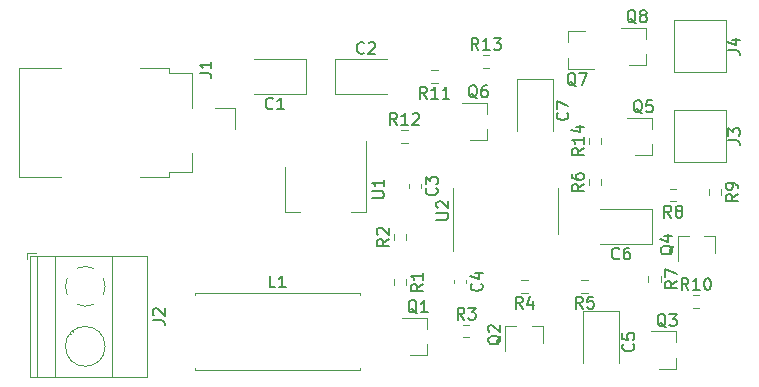
<source format=gbr>
G04 #@! TF.GenerationSoftware,KiCad,Pcbnew,(5.1.10)-1*
G04 #@! TF.CreationDate,2021-07-15T22:45:27-06:00*
G04 #@! TF.ProjectId,FreezerDoorAlarm,46726565-7a65-4724-946f-6f72416c6172,rev?*
G04 #@! TF.SameCoordinates,Original*
G04 #@! TF.FileFunction,Legend,Top*
G04 #@! TF.FilePolarity,Positive*
%FSLAX46Y46*%
G04 Gerber Fmt 4.6, Leading zero omitted, Abs format (unit mm)*
G04 Created by KiCad (PCBNEW (5.1.10)-1) date 2021-07-15 22:45:27*
%MOMM*%
%LPD*%
G01*
G04 APERTURE LIST*
%ADD10C,0.120000*%
%ADD11C,0.150000*%
G04 APERTURE END LIST*
D10*
X114945000Y-86295000D02*
X114945000Y-89745000D01*
X114945000Y-86295000D02*
X114945000Y-84345000D01*
X123815000Y-86295000D02*
X123815000Y-88245000D01*
X123815000Y-86295000D02*
X123815000Y-84345000D01*
X107550000Y-80380000D02*
X107550000Y-86390000D01*
X100730000Y-82630000D02*
X100730000Y-86390000D01*
X107550000Y-86390000D02*
X106290000Y-86390000D01*
X100730000Y-86390000D02*
X101990000Y-86390000D01*
X127522500Y-80622224D02*
X127522500Y-80112776D01*
X126477500Y-80622224D02*
X126477500Y-80112776D01*
X117497776Y-74182500D02*
X118007224Y-74182500D01*
X117497776Y-73137500D02*
X118007224Y-73137500D01*
X110592776Y-80532500D02*
X111102224Y-80532500D01*
X110592776Y-79487500D02*
X111102224Y-79487500D01*
X113642224Y-74407500D02*
X113132776Y-74407500D01*
X113642224Y-75452500D02*
X113132776Y-75452500D01*
X135277776Y-94502500D02*
X135787224Y-94502500D01*
X135277776Y-93457500D02*
X135787224Y-93457500D01*
X136637500Y-84477776D02*
X136637500Y-84987224D01*
X137682500Y-84477776D02*
X137682500Y-84987224D01*
X133842224Y-84477500D02*
X133332776Y-84477500D01*
X133842224Y-85522500D02*
X133332776Y-85522500D01*
X131477500Y-91832776D02*
X131477500Y-92342224D01*
X132522500Y-91832776D02*
X132522500Y-92342224D01*
X127522500Y-84167224D02*
X127522500Y-83657776D01*
X126477500Y-84167224D02*
X126477500Y-83657776D01*
X126342224Y-92187500D02*
X125832776Y-92187500D01*
X126342224Y-93232500D02*
X125832776Y-93232500D01*
X121262224Y-92187500D02*
X120752776Y-92187500D01*
X121262224Y-93232500D02*
X120752776Y-93232500D01*
X115832776Y-97022500D02*
X116342224Y-97022500D01*
X115832776Y-95977500D02*
X116342224Y-95977500D01*
X111012500Y-88797224D02*
X111012500Y-88287776D01*
X109967500Y-88797224D02*
X109967500Y-88287776D01*
X109967500Y-92097776D02*
X109967500Y-92607224D01*
X111012500Y-92097776D02*
X111012500Y-92607224D01*
X131300000Y-73970000D02*
X129840000Y-73970000D01*
X131300000Y-70810000D02*
X129140000Y-70810000D01*
X131300000Y-70810000D02*
X131300000Y-71740000D01*
X131300000Y-73970000D02*
X131300000Y-73040000D01*
X124700000Y-71130000D02*
X126160000Y-71130000D01*
X124700000Y-74290000D02*
X126860000Y-74290000D01*
X124700000Y-74290000D02*
X124700000Y-73360000D01*
X124700000Y-71130000D02*
X124700000Y-72060000D01*
X117870000Y-80320000D02*
X116410000Y-80320000D01*
X117870000Y-77160000D02*
X115710000Y-77160000D01*
X117870000Y-77160000D02*
X117870000Y-78090000D01*
X117870000Y-80320000D02*
X117870000Y-79390000D01*
X131840000Y-81590000D02*
X130380000Y-81590000D01*
X131840000Y-78430000D02*
X129680000Y-78430000D01*
X131840000Y-78430000D02*
X131840000Y-79360000D01*
X131840000Y-81590000D02*
X131840000Y-80660000D01*
X137150000Y-88410000D02*
X137150000Y-89870000D01*
X133990000Y-88410000D02*
X133990000Y-90570000D01*
X133990000Y-88410000D02*
X134920000Y-88410000D01*
X137150000Y-88410000D02*
X136220000Y-88410000D01*
X133840000Y-99690000D02*
X132380000Y-99690000D01*
X133840000Y-96530000D02*
X131680000Y-96530000D01*
X133840000Y-96530000D02*
X133840000Y-97460000D01*
X133840000Y-99690000D02*
X133840000Y-98760000D01*
X122550000Y-96030000D02*
X122550000Y-97490000D01*
X119390000Y-96030000D02*
X119390000Y-98190000D01*
X119390000Y-96030000D02*
X120320000Y-96030000D01*
X122550000Y-96030000D02*
X121620000Y-96030000D01*
X112760000Y-98530000D02*
X111300000Y-98530000D01*
X112760000Y-95370000D02*
X110600000Y-95370000D01*
X112760000Y-95370000D02*
X112760000Y-96300000D01*
X112760000Y-98530000D02*
X112760000Y-97600000D01*
X93130000Y-99795000D02*
X100090000Y-99795000D01*
X93130000Y-99620000D02*
X93130000Y-99795000D01*
X107050000Y-99795000D02*
X100090000Y-99795000D01*
X107050000Y-99620000D02*
X107050000Y-99795000D01*
X107050000Y-93245000D02*
X100090000Y-93245000D01*
X107050000Y-93420000D02*
X107050000Y-93245000D01*
X93130000Y-93245000D02*
X100090000Y-93245000D01*
X93130000Y-93420000D02*
X93130000Y-93245000D01*
X133690000Y-70190000D02*
X138090000Y-70190000D01*
X133690000Y-74590000D02*
X133690000Y-70190000D01*
X138090000Y-74590000D02*
X133690000Y-74590000D01*
X138090000Y-70190000D02*
X138090000Y-74590000D01*
X133690000Y-77810000D02*
X138090000Y-77810000D01*
X133690000Y-82210000D02*
X133690000Y-77810000D01*
X138090000Y-82210000D02*
X133690000Y-82210000D01*
X138090000Y-77810000D02*
X138090000Y-82210000D01*
X78920000Y-89870000D02*
X78920000Y-90370000D01*
X79660000Y-89870000D02*
X78920000Y-89870000D01*
X82797000Y-96563000D02*
X82751000Y-96516000D01*
X85095000Y-98860000D02*
X85059000Y-98825000D01*
X82581000Y-96756000D02*
X82546000Y-96721000D01*
X84889000Y-99065000D02*
X84843000Y-99018000D01*
X89081000Y-100390000D02*
X79160000Y-100390000D01*
X89081000Y-90110000D02*
X79160000Y-90110000D01*
X79160000Y-90110000D02*
X79160000Y-100390000D01*
X89081000Y-90110000D02*
X89081000Y-100390000D01*
X86121000Y-90110000D02*
X86121000Y-100390000D01*
X81220000Y-90110000D02*
X81220000Y-100390000D01*
X79720000Y-90110000D02*
X79720000Y-100390000D01*
X85500000Y-97790000D02*
G75*
G03*
X85500000Y-97790000I-1680000J0D01*
G01*
X82139747Y-92738805D02*
G75*
G02*
X82285000Y-92026000I1680253J28805D01*
G01*
X83136958Y-91174574D02*
G75*
G02*
X84504000Y-91175000I683042J-1535426D01*
G01*
X85355426Y-92026958D02*
G75*
G02*
X85355000Y-93394000I-1535426J-683042D01*
G01*
X84503042Y-94245426D02*
G75*
G02*
X83136000Y-94245000I-683042J1535426D01*
G01*
X82285244Y-93393318D02*
G75*
G02*
X82140000Y-92710000I1534756J683318D01*
G01*
X96530000Y-77650000D02*
X96530000Y-79390000D01*
X94790000Y-77650000D02*
X96530000Y-77650000D01*
X90890000Y-83440000D02*
X88440000Y-83440000D01*
X90890000Y-83040000D02*
X90890000Y-83440000D01*
X92890000Y-83040000D02*
X90890000Y-83040000D01*
X92890000Y-81440000D02*
X92890000Y-83040000D01*
X92890000Y-74640000D02*
X92890000Y-77640000D01*
X90890000Y-74640000D02*
X92890000Y-74640000D01*
X90890000Y-74240000D02*
X90890000Y-74640000D01*
X88440000Y-74240000D02*
X90890000Y-74240000D01*
X78190000Y-74240000D02*
X81740000Y-74240000D01*
X78190000Y-83440000D02*
X78190000Y-74240000D01*
X81740000Y-83440000D02*
X78190000Y-83440000D01*
X120410000Y-75190000D02*
X120410000Y-79575000D01*
X123430000Y-75190000D02*
X120410000Y-75190000D01*
X123430000Y-79575000D02*
X123430000Y-75190000D01*
X131820000Y-86120000D02*
X127435000Y-86120000D01*
X131820000Y-89140000D02*
X131820000Y-86120000D01*
X127435000Y-89140000D02*
X131820000Y-89140000D01*
X125990000Y-94800000D02*
X125990000Y-99185000D01*
X129010000Y-94800000D02*
X125990000Y-94800000D01*
X129010000Y-99185000D02*
X129010000Y-94800000D01*
X115060000Y-92156233D02*
X115060000Y-92448767D01*
X116080000Y-92156233D02*
X116080000Y-92448767D01*
X111250000Y-84081233D02*
X111250000Y-84373767D01*
X112270000Y-84081233D02*
X112270000Y-84373767D01*
X104960000Y-76440000D02*
X109345000Y-76440000D01*
X104960000Y-73420000D02*
X104960000Y-76440000D01*
X109345000Y-73420000D02*
X104960000Y-73420000D01*
X102510000Y-73420000D02*
X98125000Y-73420000D01*
X102510000Y-76440000D02*
X102510000Y-73420000D01*
X98125000Y-76440000D02*
X102510000Y-76440000D01*
D11*
X113552380Y-87056904D02*
X114361904Y-87056904D01*
X114457142Y-87009285D01*
X114504761Y-86961666D01*
X114552380Y-86866428D01*
X114552380Y-86675952D01*
X114504761Y-86580714D01*
X114457142Y-86533095D01*
X114361904Y-86485476D01*
X113552380Y-86485476D01*
X113647619Y-86056904D02*
X113600000Y-86009285D01*
X113552380Y-85914047D01*
X113552380Y-85675952D01*
X113600000Y-85580714D01*
X113647619Y-85533095D01*
X113742857Y-85485476D01*
X113838095Y-85485476D01*
X113980952Y-85533095D01*
X114552380Y-86104523D01*
X114552380Y-85485476D01*
X108092380Y-85241904D02*
X108901904Y-85241904D01*
X108997142Y-85194285D01*
X109044761Y-85146666D01*
X109092380Y-85051428D01*
X109092380Y-84860952D01*
X109044761Y-84765714D01*
X108997142Y-84718095D01*
X108901904Y-84670476D01*
X108092380Y-84670476D01*
X109092380Y-83670476D02*
X109092380Y-84241904D01*
X109092380Y-83956190D02*
X108092380Y-83956190D01*
X108235238Y-84051428D01*
X108330476Y-84146666D01*
X108378095Y-84241904D01*
X126022380Y-81010357D02*
X125546190Y-81343690D01*
X126022380Y-81581785D02*
X125022380Y-81581785D01*
X125022380Y-81200833D01*
X125070000Y-81105595D01*
X125117619Y-81057976D01*
X125212857Y-81010357D01*
X125355714Y-81010357D01*
X125450952Y-81057976D01*
X125498571Y-81105595D01*
X125546190Y-81200833D01*
X125546190Y-81581785D01*
X126022380Y-80057976D02*
X126022380Y-80629404D01*
X126022380Y-80343690D02*
X125022380Y-80343690D01*
X125165238Y-80438928D01*
X125260476Y-80534166D01*
X125308095Y-80629404D01*
X125355714Y-79200833D02*
X126022380Y-79200833D01*
X124974761Y-79438928D02*
X125689047Y-79677023D01*
X125689047Y-79057976D01*
X117109642Y-72682380D02*
X116776309Y-72206190D01*
X116538214Y-72682380D02*
X116538214Y-71682380D01*
X116919166Y-71682380D01*
X117014404Y-71730000D01*
X117062023Y-71777619D01*
X117109642Y-71872857D01*
X117109642Y-72015714D01*
X117062023Y-72110952D01*
X117014404Y-72158571D01*
X116919166Y-72206190D01*
X116538214Y-72206190D01*
X118062023Y-72682380D02*
X117490595Y-72682380D01*
X117776309Y-72682380D02*
X117776309Y-71682380D01*
X117681071Y-71825238D01*
X117585833Y-71920476D01*
X117490595Y-71968095D01*
X118395357Y-71682380D02*
X119014404Y-71682380D01*
X118681071Y-72063333D01*
X118823928Y-72063333D01*
X118919166Y-72110952D01*
X118966785Y-72158571D01*
X119014404Y-72253809D01*
X119014404Y-72491904D01*
X118966785Y-72587142D01*
X118919166Y-72634761D01*
X118823928Y-72682380D01*
X118538214Y-72682380D01*
X118442976Y-72634761D01*
X118395357Y-72587142D01*
X110204642Y-79032380D02*
X109871309Y-78556190D01*
X109633214Y-79032380D02*
X109633214Y-78032380D01*
X110014166Y-78032380D01*
X110109404Y-78080000D01*
X110157023Y-78127619D01*
X110204642Y-78222857D01*
X110204642Y-78365714D01*
X110157023Y-78460952D01*
X110109404Y-78508571D01*
X110014166Y-78556190D01*
X109633214Y-78556190D01*
X111157023Y-79032380D02*
X110585595Y-79032380D01*
X110871309Y-79032380D02*
X110871309Y-78032380D01*
X110776071Y-78175238D01*
X110680833Y-78270476D01*
X110585595Y-78318095D01*
X111537976Y-78127619D02*
X111585595Y-78080000D01*
X111680833Y-78032380D01*
X111918928Y-78032380D01*
X112014166Y-78080000D01*
X112061785Y-78127619D01*
X112109404Y-78222857D01*
X112109404Y-78318095D01*
X112061785Y-78460952D01*
X111490357Y-79032380D01*
X112109404Y-79032380D01*
X112744642Y-76812380D02*
X112411309Y-76336190D01*
X112173214Y-76812380D02*
X112173214Y-75812380D01*
X112554166Y-75812380D01*
X112649404Y-75860000D01*
X112697023Y-75907619D01*
X112744642Y-76002857D01*
X112744642Y-76145714D01*
X112697023Y-76240952D01*
X112649404Y-76288571D01*
X112554166Y-76336190D01*
X112173214Y-76336190D01*
X113697023Y-76812380D02*
X113125595Y-76812380D01*
X113411309Y-76812380D02*
X113411309Y-75812380D01*
X113316071Y-75955238D01*
X113220833Y-76050476D01*
X113125595Y-76098095D01*
X114649404Y-76812380D02*
X114077976Y-76812380D01*
X114363690Y-76812380D02*
X114363690Y-75812380D01*
X114268452Y-75955238D01*
X114173214Y-76050476D01*
X114077976Y-76098095D01*
X134889642Y-93002380D02*
X134556309Y-92526190D01*
X134318214Y-93002380D02*
X134318214Y-92002380D01*
X134699166Y-92002380D01*
X134794404Y-92050000D01*
X134842023Y-92097619D01*
X134889642Y-92192857D01*
X134889642Y-92335714D01*
X134842023Y-92430952D01*
X134794404Y-92478571D01*
X134699166Y-92526190D01*
X134318214Y-92526190D01*
X135842023Y-93002380D02*
X135270595Y-93002380D01*
X135556309Y-93002380D02*
X135556309Y-92002380D01*
X135461071Y-92145238D01*
X135365833Y-92240476D01*
X135270595Y-92288095D01*
X136461071Y-92002380D02*
X136556309Y-92002380D01*
X136651547Y-92050000D01*
X136699166Y-92097619D01*
X136746785Y-92192857D01*
X136794404Y-92383333D01*
X136794404Y-92621428D01*
X136746785Y-92811904D01*
X136699166Y-92907142D01*
X136651547Y-92954761D01*
X136556309Y-93002380D01*
X136461071Y-93002380D01*
X136365833Y-92954761D01*
X136318214Y-92907142D01*
X136270595Y-92811904D01*
X136222976Y-92621428D01*
X136222976Y-92383333D01*
X136270595Y-92192857D01*
X136318214Y-92097619D01*
X136365833Y-92050000D01*
X136461071Y-92002380D01*
X139042380Y-84899166D02*
X138566190Y-85232500D01*
X139042380Y-85470595D02*
X138042380Y-85470595D01*
X138042380Y-85089642D01*
X138090000Y-84994404D01*
X138137619Y-84946785D01*
X138232857Y-84899166D01*
X138375714Y-84899166D01*
X138470952Y-84946785D01*
X138518571Y-84994404D01*
X138566190Y-85089642D01*
X138566190Y-85470595D01*
X139042380Y-84422976D02*
X139042380Y-84232500D01*
X138994761Y-84137261D01*
X138947142Y-84089642D01*
X138804285Y-83994404D01*
X138613809Y-83946785D01*
X138232857Y-83946785D01*
X138137619Y-83994404D01*
X138090000Y-84042023D01*
X138042380Y-84137261D01*
X138042380Y-84327738D01*
X138090000Y-84422976D01*
X138137619Y-84470595D01*
X138232857Y-84518214D01*
X138470952Y-84518214D01*
X138566190Y-84470595D01*
X138613809Y-84422976D01*
X138661428Y-84327738D01*
X138661428Y-84137261D01*
X138613809Y-84042023D01*
X138566190Y-83994404D01*
X138470952Y-83946785D01*
X133420833Y-86882380D02*
X133087500Y-86406190D01*
X132849404Y-86882380D02*
X132849404Y-85882380D01*
X133230357Y-85882380D01*
X133325595Y-85930000D01*
X133373214Y-85977619D01*
X133420833Y-86072857D01*
X133420833Y-86215714D01*
X133373214Y-86310952D01*
X133325595Y-86358571D01*
X133230357Y-86406190D01*
X132849404Y-86406190D01*
X133992261Y-86310952D02*
X133897023Y-86263333D01*
X133849404Y-86215714D01*
X133801785Y-86120476D01*
X133801785Y-86072857D01*
X133849404Y-85977619D01*
X133897023Y-85930000D01*
X133992261Y-85882380D01*
X134182738Y-85882380D01*
X134277976Y-85930000D01*
X134325595Y-85977619D01*
X134373214Y-86072857D01*
X134373214Y-86120476D01*
X134325595Y-86215714D01*
X134277976Y-86263333D01*
X134182738Y-86310952D01*
X133992261Y-86310952D01*
X133897023Y-86358571D01*
X133849404Y-86406190D01*
X133801785Y-86501428D01*
X133801785Y-86691904D01*
X133849404Y-86787142D01*
X133897023Y-86834761D01*
X133992261Y-86882380D01*
X134182738Y-86882380D01*
X134277976Y-86834761D01*
X134325595Y-86787142D01*
X134373214Y-86691904D01*
X134373214Y-86501428D01*
X134325595Y-86406190D01*
X134277976Y-86358571D01*
X134182738Y-86310952D01*
X133882380Y-92254166D02*
X133406190Y-92587500D01*
X133882380Y-92825595D02*
X132882380Y-92825595D01*
X132882380Y-92444642D01*
X132930000Y-92349404D01*
X132977619Y-92301785D01*
X133072857Y-92254166D01*
X133215714Y-92254166D01*
X133310952Y-92301785D01*
X133358571Y-92349404D01*
X133406190Y-92444642D01*
X133406190Y-92825595D01*
X132882380Y-91920833D02*
X132882380Y-91254166D01*
X133882380Y-91682738D01*
X126022380Y-84079166D02*
X125546190Y-84412500D01*
X126022380Y-84650595D02*
X125022380Y-84650595D01*
X125022380Y-84269642D01*
X125070000Y-84174404D01*
X125117619Y-84126785D01*
X125212857Y-84079166D01*
X125355714Y-84079166D01*
X125450952Y-84126785D01*
X125498571Y-84174404D01*
X125546190Y-84269642D01*
X125546190Y-84650595D01*
X125022380Y-83222023D02*
X125022380Y-83412500D01*
X125070000Y-83507738D01*
X125117619Y-83555357D01*
X125260476Y-83650595D01*
X125450952Y-83698214D01*
X125831904Y-83698214D01*
X125927142Y-83650595D01*
X125974761Y-83602976D01*
X126022380Y-83507738D01*
X126022380Y-83317261D01*
X125974761Y-83222023D01*
X125927142Y-83174404D01*
X125831904Y-83126785D01*
X125593809Y-83126785D01*
X125498571Y-83174404D01*
X125450952Y-83222023D01*
X125403333Y-83317261D01*
X125403333Y-83507738D01*
X125450952Y-83602976D01*
X125498571Y-83650595D01*
X125593809Y-83698214D01*
X125920833Y-94592380D02*
X125587500Y-94116190D01*
X125349404Y-94592380D02*
X125349404Y-93592380D01*
X125730357Y-93592380D01*
X125825595Y-93640000D01*
X125873214Y-93687619D01*
X125920833Y-93782857D01*
X125920833Y-93925714D01*
X125873214Y-94020952D01*
X125825595Y-94068571D01*
X125730357Y-94116190D01*
X125349404Y-94116190D01*
X126825595Y-93592380D02*
X126349404Y-93592380D01*
X126301785Y-94068571D01*
X126349404Y-94020952D01*
X126444642Y-93973333D01*
X126682738Y-93973333D01*
X126777976Y-94020952D01*
X126825595Y-94068571D01*
X126873214Y-94163809D01*
X126873214Y-94401904D01*
X126825595Y-94497142D01*
X126777976Y-94544761D01*
X126682738Y-94592380D01*
X126444642Y-94592380D01*
X126349404Y-94544761D01*
X126301785Y-94497142D01*
X120840833Y-94592380D02*
X120507500Y-94116190D01*
X120269404Y-94592380D02*
X120269404Y-93592380D01*
X120650357Y-93592380D01*
X120745595Y-93640000D01*
X120793214Y-93687619D01*
X120840833Y-93782857D01*
X120840833Y-93925714D01*
X120793214Y-94020952D01*
X120745595Y-94068571D01*
X120650357Y-94116190D01*
X120269404Y-94116190D01*
X121697976Y-93925714D02*
X121697976Y-94592380D01*
X121459880Y-93544761D02*
X121221785Y-94259047D01*
X121840833Y-94259047D01*
X115920833Y-95522380D02*
X115587500Y-95046190D01*
X115349404Y-95522380D02*
X115349404Y-94522380D01*
X115730357Y-94522380D01*
X115825595Y-94570000D01*
X115873214Y-94617619D01*
X115920833Y-94712857D01*
X115920833Y-94855714D01*
X115873214Y-94950952D01*
X115825595Y-94998571D01*
X115730357Y-95046190D01*
X115349404Y-95046190D01*
X116254166Y-94522380D02*
X116873214Y-94522380D01*
X116539880Y-94903333D01*
X116682738Y-94903333D01*
X116777976Y-94950952D01*
X116825595Y-94998571D01*
X116873214Y-95093809D01*
X116873214Y-95331904D01*
X116825595Y-95427142D01*
X116777976Y-95474761D01*
X116682738Y-95522380D01*
X116397023Y-95522380D01*
X116301785Y-95474761D01*
X116254166Y-95427142D01*
X109512380Y-88709166D02*
X109036190Y-89042500D01*
X109512380Y-89280595D02*
X108512380Y-89280595D01*
X108512380Y-88899642D01*
X108560000Y-88804404D01*
X108607619Y-88756785D01*
X108702857Y-88709166D01*
X108845714Y-88709166D01*
X108940952Y-88756785D01*
X108988571Y-88804404D01*
X109036190Y-88899642D01*
X109036190Y-89280595D01*
X108607619Y-88328214D02*
X108560000Y-88280595D01*
X108512380Y-88185357D01*
X108512380Y-87947261D01*
X108560000Y-87852023D01*
X108607619Y-87804404D01*
X108702857Y-87756785D01*
X108798095Y-87756785D01*
X108940952Y-87804404D01*
X109512380Y-88375833D01*
X109512380Y-87756785D01*
X112372380Y-92519166D02*
X111896190Y-92852500D01*
X112372380Y-93090595D02*
X111372380Y-93090595D01*
X111372380Y-92709642D01*
X111420000Y-92614404D01*
X111467619Y-92566785D01*
X111562857Y-92519166D01*
X111705714Y-92519166D01*
X111800952Y-92566785D01*
X111848571Y-92614404D01*
X111896190Y-92709642D01*
X111896190Y-93090595D01*
X112372380Y-91566785D02*
X112372380Y-92138214D01*
X112372380Y-91852500D02*
X111372380Y-91852500D01*
X111515238Y-91947738D01*
X111610476Y-92042976D01*
X111658095Y-92138214D01*
X130444761Y-70437619D02*
X130349523Y-70390000D01*
X130254285Y-70294761D01*
X130111428Y-70151904D01*
X130016190Y-70104285D01*
X129920952Y-70104285D01*
X129968571Y-70342380D02*
X129873333Y-70294761D01*
X129778095Y-70199523D01*
X129730476Y-70009047D01*
X129730476Y-69675714D01*
X129778095Y-69485238D01*
X129873333Y-69390000D01*
X129968571Y-69342380D01*
X130159047Y-69342380D01*
X130254285Y-69390000D01*
X130349523Y-69485238D01*
X130397142Y-69675714D01*
X130397142Y-70009047D01*
X130349523Y-70199523D01*
X130254285Y-70294761D01*
X130159047Y-70342380D01*
X129968571Y-70342380D01*
X130968571Y-69770952D02*
X130873333Y-69723333D01*
X130825714Y-69675714D01*
X130778095Y-69580476D01*
X130778095Y-69532857D01*
X130825714Y-69437619D01*
X130873333Y-69390000D01*
X130968571Y-69342380D01*
X131159047Y-69342380D01*
X131254285Y-69390000D01*
X131301904Y-69437619D01*
X131349523Y-69532857D01*
X131349523Y-69580476D01*
X131301904Y-69675714D01*
X131254285Y-69723333D01*
X131159047Y-69770952D01*
X130968571Y-69770952D01*
X130873333Y-69818571D01*
X130825714Y-69866190D01*
X130778095Y-69961428D01*
X130778095Y-70151904D01*
X130825714Y-70247142D01*
X130873333Y-70294761D01*
X130968571Y-70342380D01*
X131159047Y-70342380D01*
X131254285Y-70294761D01*
X131301904Y-70247142D01*
X131349523Y-70151904D01*
X131349523Y-69961428D01*
X131301904Y-69866190D01*
X131254285Y-69818571D01*
X131159047Y-69770952D01*
X125364761Y-75757619D02*
X125269523Y-75710000D01*
X125174285Y-75614761D01*
X125031428Y-75471904D01*
X124936190Y-75424285D01*
X124840952Y-75424285D01*
X124888571Y-75662380D02*
X124793333Y-75614761D01*
X124698095Y-75519523D01*
X124650476Y-75329047D01*
X124650476Y-74995714D01*
X124698095Y-74805238D01*
X124793333Y-74710000D01*
X124888571Y-74662380D01*
X125079047Y-74662380D01*
X125174285Y-74710000D01*
X125269523Y-74805238D01*
X125317142Y-74995714D01*
X125317142Y-75329047D01*
X125269523Y-75519523D01*
X125174285Y-75614761D01*
X125079047Y-75662380D01*
X124888571Y-75662380D01*
X125650476Y-74662380D02*
X126317142Y-74662380D01*
X125888571Y-75662380D01*
X117014761Y-76787619D02*
X116919523Y-76740000D01*
X116824285Y-76644761D01*
X116681428Y-76501904D01*
X116586190Y-76454285D01*
X116490952Y-76454285D01*
X116538571Y-76692380D02*
X116443333Y-76644761D01*
X116348095Y-76549523D01*
X116300476Y-76359047D01*
X116300476Y-76025714D01*
X116348095Y-75835238D01*
X116443333Y-75740000D01*
X116538571Y-75692380D01*
X116729047Y-75692380D01*
X116824285Y-75740000D01*
X116919523Y-75835238D01*
X116967142Y-76025714D01*
X116967142Y-76359047D01*
X116919523Y-76549523D01*
X116824285Y-76644761D01*
X116729047Y-76692380D01*
X116538571Y-76692380D01*
X117824285Y-75692380D02*
X117633809Y-75692380D01*
X117538571Y-75740000D01*
X117490952Y-75787619D01*
X117395714Y-75930476D01*
X117348095Y-76120952D01*
X117348095Y-76501904D01*
X117395714Y-76597142D01*
X117443333Y-76644761D01*
X117538571Y-76692380D01*
X117729047Y-76692380D01*
X117824285Y-76644761D01*
X117871904Y-76597142D01*
X117919523Y-76501904D01*
X117919523Y-76263809D01*
X117871904Y-76168571D01*
X117824285Y-76120952D01*
X117729047Y-76073333D01*
X117538571Y-76073333D01*
X117443333Y-76120952D01*
X117395714Y-76168571D01*
X117348095Y-76263809D01*
X130984761Y-78057619D02*
X130889523Y-78010000D01*
X130794285Y-77914761D01*
X130651428Y-77771904D01*
X130556190Y-77724285D01*
X130460952Y-77724285D01*
X130508571Y-77962380D02*
X130413333Y-77914761D01*
X130318095Y-77819523D01*
X130270476Y-77629047D01*
X130270476Y-77295714D01*
X130318095Y-77105238D01*
X130413333Y-77010000D01*
X130508571Y-76962380D01*
X130699047Y-76962380D01*
X130794285Y-77010000D01*
X130889523Y-77105238D01*
X130937142Y-77295714D01*
X130937142Y-77629047D01*
X130889523Y-77819523D01*
X130794285Y-77914761D01*
X130699047Y-77962380D01*
X130508571Y-77962380D01*
X131841904Y-76962380D02*
X131365714Y-76962380D01*
X131318095Y-77438571D01*
X131365714Y-77390952D01*
X131460952Y-77343333D01*
X131699047Y-77343333D01*
X131794285Y-77390952D01*
X131841904Y-77438571D01*
X131889523Y-77533809D01*
X131889523Y-77771904D01*
X131841904Y-77867142D01*
X131794285Y-77914761D01*
X131699047Y-77962380D01*
X131460952Y-77962380D01*
X131365714Y-77914761D01*
X131318095Y-77867142D01*
X133617619Y-89265238D02*
X133570000Y-89360476D01*
X133474761Y-89455714D01*
X133331904Y-89598571D01*
X133284285Y-89693809D01*
X133284285Y-89789047D01*
X133522380Y-89741428D02*
X133474761Y-89836666D01*
X133379523Y-89931904D01*
X133189047Y-89979523D01*
X132855714Y-89979523D01*
X132665238Y-89931904D01*
X132570000Y-89836666D01*
X132522380Y-89741428D01*
X132522380Y-89550952D01*
X132570000Y-89455714D01*
X132665238Y-89360476D01*
X132855714Y-89312857D01*
X133189047Y-89312857D01*
X133379523Y-89360476D01*
X133474761Y-89455714D01*
X133522380Y-89550952D01*
X133522380Y-89741428D01*
X132855714Y-88455714D02*
X133522380Y-88455714D01*
X132474761Y-88693809D02*
X133189047Y-88931904D01*
X133189047Y-88312857D01*
X132984761Y-96157619D02*
X132889523Y-96110000D01*
X132794285Y-96014761D01*
X132651428Y-95871904D01*
X132556190Y-95824285D01*
X132460952Y-95824285D01*
X132508571Y-96062380D02*
X132413333Y-96014761D01*
X132318095Y-95919523D01*
X132270476Y-95729047D01*
X132270476Y-95395714D01*
X132318095Y-95205238D01*
X132413333Y-95110000D01*
X132508571Y-95062380D01*
X132699047Y-95062380D01*
X132794285Y-95110000D01*
X132889523Y-95205238D01*
X132937142Y-95395714D01*
X132937142Y-95729047D01*
X132889523Y-95919523D01*
X132794285Y-96014761D01*
X132699047Y-96062380D01*
X132508571Y-96062380D01*
X133270476Y-95062380D02*
X133889523Y-95062380D01*
X133556190Y-95443333D01*
X133699047Y-95443333D01*
X133794285Y-95490952D01*
X133841904Y-95538571D01*
X133889523Y-95633809D01*
X133889523Y-95871904D01*
X133841904Y-95967142D01*
X133794285Y-96014761D01*
X133699047Y-96062380D01*
X133413333Y-96062380D01*
X133318095Y-96014761D01*
X133270476Y-95967142D01*
X119017619Y-96885238D02*
X118970000Y-96980476D01*
X118874761Y-97075714D01*
X118731904Y-97218571D01*
X118684285Y-97313809D01*
X118684285Y-97409047D01*
X118922380Y-97361428D02*
X118874761Y-97456666D01*
X118779523Y-97551904D01*
X118589047Y-97599523D01*
X118255714Y-97599523D01*
X118065238Y-97551904D01*
X117970000Y-97456666D01*
X117922380Y-97361428D01*
X117922380Y-97170952D01*
X117970000Y-97075714D01*
X118065238Y-96980476D01*
X118255714Y-96932857D01*
X118589047Y-96932857D01*
X118779523Y-96980476D01*
X118874761Y-97075714D01*
X118922380Y-97170952D01*
X118922380Y-97361428D01*
X118017619Y-96551904D02*
X117970000Y-96504285D01*
X117922380Y-96409047D01*
X117922380Y-96170952D01*
X117970000Y-96075714D01*
X118017619Y-96028095D01*
X118112857Y-95980476D01*
X118208095Y-95980476D01*
X118350952Y-96028095D01*
X118922380Y-96599523D01*
X118922380Y-95980476D01*
X111904761Y-94997619D02*
X111809523Y-94950000D01*
X111714285Y-94854761D01*
X111571428Y-94711904D01*
X111476190Y-94664285D01*
X111380952Y-94664285D01*
X111428571Y-94902380D02*
X111333333Y-94854761D01*
X111238095Y-94759523D01*
X111190476Y-94569047D01*
X111190476Y-94235714D01*
X111238095Y-94045238D01*
X111333333Y-93950000D01*
X111428571Y-93902380D01*
X111619047Y-93902380D01*
X111714285Y-93950000D01*
X111809523Y-94045238D01*
X111857142Y-94235714D01*
X111857142Y-94569047D01*
X111809523Y-94759523D01*
X111714285Y-94854761D01*
X111619047Y-94902380D01*
X111428571Y-94902380D01*
X112809523Y-94902380D02*
X112238095Y-94902380D01*
X112523809Y-94902380D02*
X112523809Y-93902380D01*
X112428571Y-94045238D01*
X112333333Y-94140476D01*
X112238095Y-94188095D01*
X99923333Y-92797380D02*
X99447142Y-92797380D01*
X99447142Y-91797380D01*
X100780476Y-92797380D02*
X100209047Y-92797380D01*
X100494761Y-92797380D02*
X100494761Y-91797380D01*
X100399523Y-91940238D01*
X100304285Y-92035476D01*
X100209047Y-92083095D01*
X138240380Y-72723333D02*
X138954666Y-72723333D01*
X139097523Y-72770952D01*
X139192761Y-72866190D01*
X139240380Y-73009047D01*
X139240380Y-73104285D01*
X138573714Y-71818571D02*
X139240380Y-71818571D01*
X138192761Y-72056666D02*
X138907047Y-72294761D01*
X138907047Y-71675714D01*
X138240380Y-80343333D02*
X138954666Y-80343333D01*
X139097523Y-80390952D01*
X139192761Y-80486190D01*
X139240380Y-80629047D01*
X139240380Y-80724285D01*
X138240380Y-79962380D02*
X138240380Y-79343333D01*
X138621333Y-79676666D01*
X138621333Y-79533809D01*
X138668952Y-79438571D01*
X138716571Y-79390952D01*
X138811809Y-79343333D01*
X139049904Y-79343333D01*
X139145142Y-79390952D01*
X139192761Y-79438571D01*
X139240380Y-79533809D01*
X139240380Y-79819523D01*
X139192761Y-79914761D01*
X139145142Y-79962380D01*
X89532380Y-95583333D02*
X90246666Y-95583333D01*
X90389523Y-95630952D01*
X90484761Y-95726190D01*
X90532380Y-95869047D01*
X90532380Y-95964285D01*
X89627619Y-95154761D02*
X89580000Y-95107142D01*
X89532380Y-95011904D01*
X89532380Y-94773809D01*
X89580000Y-94678571D01*
X89627619Y-94630952D01*
X89722857Y-94583333D01*
X89818095Y-94583333D01*
X89960952Y-94630952D01*
X90532380Y-95202380D01*
X90532380Y-94583333D01*
X93492380Y-74673333D02*
X94206666Y-74673333D01*
X94349523Y-74720952D01*
X94444761Y-74816190D01*
X94492380Y-74959047D01*
X94492380Y-75054285D01*
X94492380Y-73673333D02*
X94492380Y-74244761D01*
X94492380Y-73959047D02*
X93492380Y-73959047D01*
X93635238Y-74054285D01*
X93730476Y-74149523D01*
X93778095Y-74244761D01*
X124627142Y-77991666D02*
X124674761Y-78039285D01*
X124722380Y-78182142D01*
X124722380Y-78277380D01*
X124674761Y-78420238D01*
X124579523Y-78515476D01*
X124484285Y-78563095D01*
X124293809Y-78610714D01*
X124150952Y-78610714D01*
X123960476Y-78563095D01*
X123865238Y-78515476D01*
X123770000Y-78420238D01*
X123722380Y-78277380D01*
X123722380Y-78182142D01*
X123770000Y-78039285D01*
X123817619Y-77991666D01*
X123722380Y-77658333D02*
X123722380Y-76991666D01*
X124722380Y-77420238D01*
X129018333Y-90337142D02*
X128970714Y-90384761D01*
X128827857Y-90432380D01*
X128732619Y-90432380D01*
X128589761Y-90384761D01*
X128494523Y-90289523D01*
X128446904Y-90194285D01*
X128399285Y-90003809D01*
X128399285Y-89860952D01*
X128446904Y-89670476D01*
X128494523Y-89575238D01*
X128589761Y-89480000D01*
X128732619Y-89432380D01*
X128827857Y-89432380D01*
X128970714Y-89480000D01*
X129018333Y-89527619D01*
X129875476Y-89432380D02*
X129685000Y-89432380D01*
X129589761Y-89480000D01*
X129542142Y-89527619D01*
X129446904Y-89670476D01*
X129399285Y-89860952D01*
X129399285Y-90241904D01*
X129446904Y-90337142D01*
X129494523Y-90384761D01*
X129589761Y-90432380D01*
X129780238Y-90432380D01*
X129875476Y-90384761D01*
X129923095Y-90337142D01*
X129970714Y-90241904D01*
X129970714Y-90003809D01*
X129923095Y-89908571D01*
X129875476Y-89860952D01*
X129780238Y-89813333D01*
X129589761Y-89813333D01*
X129494523Y-89860952D01*
X129446904Y-89908571D01*
X129399285Y-90003809D01*
X130207142Y-97601666D02*
X130254761Y-97649285D01*
X130302380Y-97792142D01*
X130302380Y-97887380D01*
X130254761Y-98030238D01*
X130159523Y-98125476D01*
X130064285Y-98173095D01*
X129873809Y-98220714D01*
X129730952Y-98220714D01*
X129540476Y-98173095D01*
X129445238Y-98125476D01*
X129350000Y-98030238D01*
X129302380Y-97887380D01*
X129302380Y-97792142D01*
X129350000Y-97649285D01*
X129397619Y-97601666D01*
X129302380Y-96696904D02*
X129302380Y-97173095D01*
X129778571Y-97220714D01*
X129730952Y-97173095D01*
X129683333Y-97077857D01*
X129683333Y-96839761D01*
X129730952Y-96744523D01*
X129778571Y-96696904D01*
X129873809Y-96649285D01*
X130111904Y-96649285D01*
X130207142Y-96696904D01*
X130254761Y-96744523D01*
X130302380Y-96839761D01*
X130302380Y-97077857D01*
X130254761Y-97173095D01*
X130207142Y-97220714D01*
X117357142Y-92469166D02*
X117404761Y-92516785D01*
X117452380Y-92659642D01*
X117452380Y-92754880D01*
X117404761Y-92897738D01*
X117309523Y-92992976D01*
X117214285Y-93040595D01*
X117023809Y-93088214D01*
X116880952Y-93088214D01*
X116690476Y-93040595D01*
X116595238Y-92992976D01*
X116500000Y-92897738D01*
X116452380Y-92754880D01*
X116452380Y-92659642D01*
X116500000Y-92516785D01*
X116547619Y-92469166D01*
X116785714Y-91612023D02*
X117452380Y-91612023D01*
X116404761Y-91850119D02*
X117119047Y-92088214D01*
X117119047Y-91469166D01*
X113547142Y-84394166D02*
X113594761Y-84441785D01*
X113642380Y-84584642D01*
X113642380Y-84679880D01*
X113594761Y-84822738D01*
X113499523Y-84917976D01*
X113404285Y-84965595D01*
X113213809Y-85013214D01*
X113070952Y-85013214D01*
X112880476Y-84965595D01*
X112785238Y-84917976D01*
X112690000Y-84822738D01*
X112642380Y-84679880D01*
X112642380Y-84584642D01*
X112690000Y-84441785D01*
X112737619Y-84394166D01*
X112642380Y-84060833D02*
X112642380Y-83441785D01*
X113023333Y-83775119D01*
X113023333Y-83632261D01*
X113070952Y-83537023D01*
X113118571Y-83489404D01*
X113213809Y-83441785D01*
X113451904Y-83441785D01*
X113547142Y-83489404D01*
X113594761Y-83537023D01*
X113642380Y-83632261D01*
X113642380Y-83917976D01*
X113594761Y-84013214D01*
X113547142Y-84060833D01*
X107428333Y-72937142D02*
X107380714Y-72984761D01*
X107237857Y-73032380D01*
X107142619Y-73032380D01*
X106999761Y-72984761D01*
X106904523Y-72889523D01*
X106856904Y-72794285D01*
X106809285Y-72603809D01*
X106809285Y-72460952D01*
X106856904Y-72270476D01*
X106904523Y-72175238D01*
X106999761Y-72080000D01*
X107142619Y-72032380D01*
X107237857Y-72032380D01*
X107380714Y-72080000D01*
X107428333Y-72127619D01*
X107809285Y-72127619D02*
X107856904Y-72080000D01*
X107952142Y-72032380D01*
X108190238Y-72032380D01*
X108285476Y-72080000D01*
X108333095Y-72127619D01*
X108380714Y-72222857D01*
X108380714Y-72318095D01*
X108333095Y-72460952D01*
X107761666Y-73032380D01*
X108380714Y-73032380D01*
X99708333Y-77637142D02*
X99660714Y-77684761D01*
X99517857Y-77732380D01*
X99422619Y-77732380D01*
X99279761Y-77684761D01*
X99184523Y-77589523D01*
X99136904Y-77494285D01*
X99089285Y-77303809D01*
X99089285Y-77160952D01*
X99136904Y-76970476D01*
X99184523Y-76875238D01*
X99279761Y-76780000D01*
X99422619Y-76732380D01*
X99517857Y-76732380D01*
X99660714Y-76780000D01*
X99708333Y-76827619D01*
X100660714Y-77732380D02*
X100089285Y-77732380D01*
X100375000Y-77732380D02*
X100375000Y-76732380D01*
X100279761Y-76875238D01*
X100184523Y-76970476D01*
X100089285Y-77018095D01*
M02*

</source>
